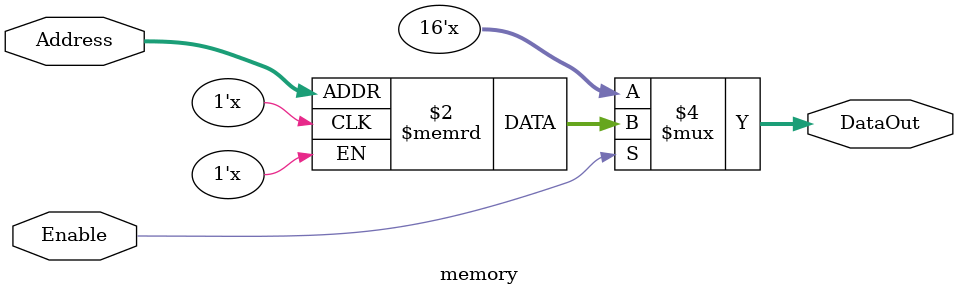
<source format=v>
 module memory (Enable,Address,DataOut);
    input  Enable;
    input [6:0] Address;
    output reg[15:0] DataOut;
    
    reg [15:0] rom [0:127];         		 //128 x 16 memory
    
always @*
	   if (Enable)
            DataOut = rom[Address];  		//Read
	   else DataOut = 16'bz;        	//High impedance state
endmodule
</source>
